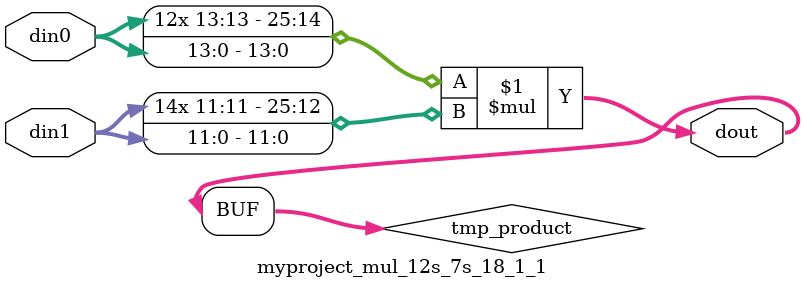
<source format=v>

`timescale 1 ns / 1 ps

 module myproject_mul_12s_7s_18_1_1(din0, din1, dout);
parameter ID = 1;
parameter NUM_STAGE = 0;
parameter din0_WIDTH = 14;
parameter din1_WIDTH = 12;
parameter dout_WIDTH = 26;

input [din0_WIDTH - 1 : 0] din0; 
input [din1_WIDTH - 1 : 0] din1; 
output [dout_WIDTH - 1 : 0] dout;

wire signed [dout_WIDTH - 1 : 0] tmp_product;



























assign tmp_product = $signed(din0) * $signed(din1);








assign dout = tmp_product;





















endmodule

</source>
